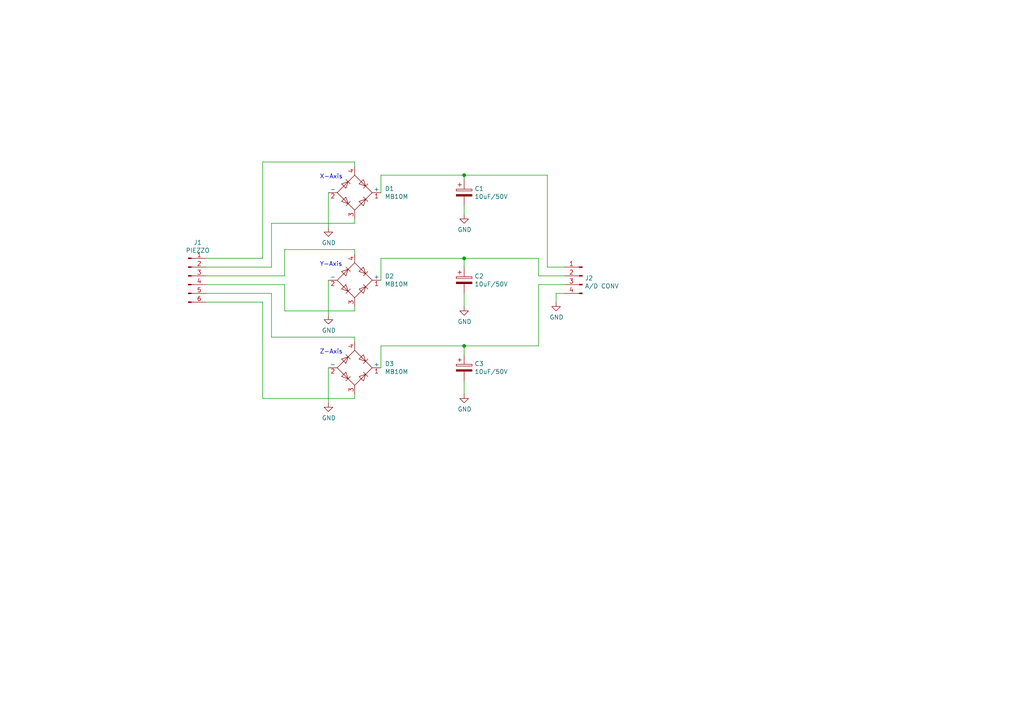
<source format=kicad_sch>
(kicad_sch (version 20211123) (generator eeschema)
  (paper "A4")
  (title_block (title "M921-SS SHOCK STOCK CAPACITOR FOR 3-AXIS") (date "2021-09-16") (rev "1.00") (company "HOLLY&CO.,LTD.") (comment 1 "Masafumi Horimoto"))
  (lib_symbols
    (symbol "Connector:Conn_01x04_Male" (pin_names (offset 1.016) hide)
      (property "Reference" "J" (at 0 5.08 0))
      (property "Value" "Conn_01x04_Male" (at 0 -7.62 0))
      (symbol "Conn_01x04_Male_1_1"
        (polyline (pts (xy 1.27 -5.08) (xy 0.8636 -5.08)) (stroke (width 0.1524)))
        (polyline (pts (xy 1.27 -2.54) (xy 0.8636 -2.54)) (stroke (width 0.1524)))
        (polyline (pts (xy 1.27 0) (xy 0.8636 0)) (stroke (width 0.1524)))
        (polyline (pts (xy 1.27 2.54) (xy 0.8636 2.54)) (stroke (width 0.1524)))
        (rectangle (start 0.8636 -4.953) (end 0 -5.207) (stroke (width 0.1524)) (fill (type outline)))
        (rectangle (start 0.8636 -2.413) (end 0 -2.667) (stroke (width 0.1524)) (fill (type outline)))
        (rectangle (start 0.8636 0.127) (end 0 -0.127) (stroke (width 0.1524)) (fill (type outline)))
        (rectangle (start 0.8636 2.667) (end 0 2.413) (stroke (width 0.1524)) (fill (type outline)))
        (pin passive line (at 5.08 2.54 180) (length 3.81) (name "Pin_1") (number "1"))
        (pin passive line (at 5.08 0 180) (length 3.81) (name "Pin_2") (number "2"))
        (pin passive line (at 5.08 -2.54 180) (length 3.81) (name "Pin_3") (number "3"))
        (pin passive line (at 5.08 -5.08 180) (length 3.81) (name "Pin_4") (number "4"))
      )
    )
    (symbol "Connector:Conn_01x06_Male" (pin_names (offset 1.016) hide)
      (property "Reference" "J" (at 0 7.62 0))
      (property "Value" "Conn_01x06_Male" (at 0 -10.16 0))
      (symbol "Conn_01x06_Male_1_1"
        (polyline (pts (xy 1.27 -7.62) (xy 0.8636 -7.62)) (stroke (width 0.1524)))
        (polyline (pts (xy 1.27 -5.08) (xy 0.8636 -5.08)) (stroke (width 0.1524)))
        (polyline (pts (xy 1.27 -2.54) (xy 0.8636 -2.54)) (stroke (width 0.1524)))
        (polyline (pts (xy 1.27 0) (xy 0.8636 0)) (stroke (width 0.1524)))
        (polyline (pts (xy 1.27 2.54) (xy 0.8636 2.54)) (stroke (width 0.1524)))
        (polyline (pts (xy 1.27 5.08) (xy 0.8636 5.08)) (stroke (width 0.1524)))
        (rectangle (start 0.8636 -7.493) (end 0 -7.747) (stroke (width 0.1524)) (fill (type outline)))
        (rectangle (start 0.8636 -4.953) (end 0 -5.207) (stroke (width 0.1524)) (fill (type outline)))
        (rectangle (start 0.8636 -2.413) (end 0 -2.667) (stroke (width 0.1524)) (fill (type outline)))
        (rectangle (start 0.8636 0.127) (end 0 -0.127) (stroke (width 0.1524)) (fill (type outline)))
        (rectangle (start 0.8636 2.667) (end 0 2.413) (stroke (width 0.1524)) (fill (type outline)))
        (rectangle (start 0.8636 5.207) (end 0 4.953) (stroke (width 0.1524)) (fill (type outline)))
        (pin passive line (at 5.08 5.08 180) (length 3.81) (name "Pin_1") (number "1"))
        (pin passive line (at 5.08 2.54 180) (length 3.81) (name "Pin_2") (number "2"))
        (pin passive line (at 5.08 0 180) (length 3.81) (name "Pin_3") (number "3"))
        (pin passive line (at 5.08 -2.54 180) (length 3.81) (name "Pin_4") (number "4"))
        (pin passive line (at 5.08 -5.08 180) (length 3.81) (name "Pin_5") (number "5"))
        (pin passive line (at 5.08 -7.62 180) (length 3.81) (name "Pin_6") (number "6"))
      )
    )
    (symbol "M921-SS-rescue:CP-Device" (pin_numbers hide) (pin_names (offset 0.254))
      (property "Reference" "C" (at 0.635 2.54 0))
      (property "Value" "CP-Device" (at 0.635 -2.54 0))
      (symbol "CP-Device_0_1"
        (rectangle (start -2.286 0.508) (end 2.286 1.016))
        (polyline (pts (xy -1.778 2.286) (xy -0.762 2.286)))
        (polyline (pts (xy -1.27 2.794) (xy -1.27 1.778)))
        (rectangle (start 2.286 -0.508) (end -2.286 -1.016) (fill (type outline)))
      )
      (symbol "CP-Device_1_1"
        (pin passive line (at 0 3.81 270) (length 2.794) (name "~") (number "1"))
        (pin passive line (at 0 -3.81 90) (length 2.794) (name "~") (number "2"))
      )
    )
    (symbol "M921-SS-rescue:MB10M-HOLLY" (pin_names (offset 0))
      (property "Reference" "D" (at 2.54 6.985 0))
      (property "Value" "MB10M-HOLLY" (at 2.54 5.08 0))
      (symbol "MB10M-HOLLY_0_1"
        (polyline (pts (xy -2.54 3.81) (xy -1.27 2.54)))
        (polyline (pts (xy -1.27 -2.54) (xy -2.54 -3.81)))
        (polyline (pts (xy 2.54 -1.27) (xy 3.81 -2.54)))
        (polyline (pts (xy 2.54 1.27) (xy 3.81 2.54)))
        (polyline (pts (xy -3.81 2.54) (xy -2.54 1.27) (xy -1.905 3.175) (xy -3.81 2.54)))
        (polyline (pts (xy -2.54 -1.27) (xy -3.81 -2.54) (xy -1.905 -3.175) (xy -2.54 -1.27)))
        (polyline (pts (xy 1.27 2.54) (xy 2.54 3.81) (xy 3.175 1.905) (xy 1.27 2.54)))
        (polyline (pts (xy 3.175 -1.905) (xy 1.27 -2.54) (xy 2.54 -3.81) (xy 3.175 -1.905)))
        (polyline (pts (xy -5.08 0) (xy 0 -5.08) (xy 5.08 0) (xy 0 5.08) (xy -5.08 0)))
      )
      (symbol "MB10M-HOLLY_1_1"
        (pin passive line (at 7.62 0 180) (length 2.54) (name "+") (number "1"))
        (pin passive line (at -7.62 0 0) (length 2.54) (name "-") (number "2"))
        (pin passive line (at 0 -7.62 90) (length 2.54) (name "~") (number "3"))
        (pin passive line (at 0 7.62 270) (length 2.54) (name "~") (number "4"))
      )
    )
    (symbol "power:GND" (power) (pin_names (offset 0))
      (property "Value" "GND" (at 0 -3.81 0))
      (symbol "GND_0_1"
        (polyline (pts (xy 0 0) (xy 0 -1.27) (xy 1.27 -1.27) (xy 0 -2.54) (xy -1.27 -1.27) (xy 0 -1.27)))
      )
      (symbol "GND_1_1"
        (pin power_in line (at 0 0 270) (length 0) hide (name "GND") (number "1"))
      )
    )
  )
  (junction (at 134.62 50.8))
  (junction (at 134.62 100.33))
  (junction (at 134.62 74.93))
  (wire (pts (xy 134.62 50.8) (xy 158.75 50.8)))
  (wire (pts (xy 82.55 82.55) (xy 82.55 90.17)))
  (wire (pts (xy 134.62 50.8) (xy 134.62 52.07)))
  (wire (pts (xy 156.21 74.93) (xy 156.21 80.01)))
  (wire (pts (xy 59.69 77.47) (xy 78.74 77.47)))
  (wire (pts (xy 59.69 74.93) (xy 76.2 74.93)))
  (wire (pts (xy 134.62 88.9) (xy 134.62 85.09)))
  (wire (pts (xy 78.74 64.77) (xy 102.87 64.77)))
  (wire (pts (xy 110.49 106.68) (xy 110.49 100.33)))
  (wire (pts (xy 110.49 55.88) (xy 110.49 50.8)))
  (wire (pts (xy 76.2 115.57) (xy 102.87 115.57)))
  (wire (pts (xy 59.69 87.63) (xy 76.2 87.63)))
  (wire (pts (xy 134.62 114.3) (xy 134.62 110.49)))
  (wire (pts (xy 134.62 62.23) (xy 134.62 59.69)))
  (wire (pts (xy 156.21 82.55) (xy 163.83 82.55)))
  (wire (pts (xy 134.62 100.33) (xy 156.21 100.33)))
  (wire (pts (xy 110.49 74.93) (xy 134.62 74.93)))
  (wire (pts (xy 102.87 97.79) (xy 102.87 99.06)))
  (wire (pts (xy 59.69 82.55) (xy 82.55 82.55)))
  (wire (pts (xy 78.74 97.79) (xy 102.87 97.79)))
  (wire (pts (xy 82.55 72.39) (xy 102.87 72.39)))
  (wire (pts (xy 158.75 50.8) (xy 158.75 77.47)))
  (wire (pts (xy 95.25 55.88) (xy 95.25 66.04)))
  (wire (pts (xy 78.74 85.09) (xy 78.74 97.79)))
  (wire (pts (xy 102.87 72.39) (xy 102.87 73.66)))
  (wire (pts (xy 134.62 74.93) (xy 156.21 74.93)))
  (wire (pts (xy 78.74 77.47) (xy 78.74 64.77)))
  (wire (pts (xy 95.25 106.68) (xy 95.25 116.84)))
  (wire (pts (xy 110.49 50.8) (xy 134.62 50.8)))
  (wire (pts (xy 102.87 115.57) (xy 102.87 114.3)))
  (wire (pts (xy 163.83 85.09) (xy 161.29 85.09)))
  (wire (pts (xy 102.87 90.17) (xy 102.87 88.9)))
  (wire (pts (xy 134.62 74.93) (xy 134.62 77.47)))
  (wire (pts (xy 156.21 80.01) (xy 163.83 80.01)))
  (wire (pts (xy 110.49 81.28) (xy 110.49 74.93)))
  (wire (pts (xy 76.2 87.63) (xy 76.2 115.57)))
  (wire (pts (xy 59.69 85.09) (xy 78.74 85.09)))
  (wire (pts (xy 102.87 46.99) (xy 102.87 48.26)))
  (wire (pts (xy 59.69 80.01) (xy 82.55 80.01)))
  (wire (pts (xy 110.49 100.33) (xy 134.62 100.33)))
  (wire (pts (xy 82.55 90.17) (xy 102.87 90.17)))
  (wire (pts (xy 95.25 81.28) (xy 95.25 91.44)))
  (wire (pts (xy 161.29 85.09) (xy 161.29 87.63)))
  (wire (pts (xy 156.21 100.33) (xy 156.21 82.55)))
  (wire (pts (xy 76.2 74.93) (xy 76.2 46.99)))
  (wire (pts (xy 158.75 77.47) (xy 163.83 77.47)))
  (wire (pts (xy 102.87 64.77) (xy 102.87 63.5)))
  (wire (pts (xy 76.2 46.99) (xy 102.87 46.99)))
  (wire (pts (xy 82.55 80.01) (xy 82.55 72.39)))
  (wire (pts (xy 134.62 100.33) (xy 134.62 102.87)))
  (text "Z-Axis" (at 92.71 102.87 0) (effects (font (size 1.27 1.27)) (justify left bottom)))
  (text "Y-Axis" (at 92.71 77.47 0) (effects (font (size 1.27 1.27)) (justify left bottom)))
  (text "X-Axis" (at 92.71 52.07 0) (effects (font (size 1.27 1.27)) (justify left bottom)))
  (symbol (lib_id "Connector:Conn_01x06_Male") (at 54.61 80.01 0) (unit 1)
    (property "Reference" "J1" (at 57.3532 70.3326 0))
    (property "Value" "PIEZZO" (at 57.3532 72.644 0))
    (property "Footprint" "Connector_JST:JST_XH_B6B-XH-A_1x06_P2.50mm_Vertical" (effects hide))
  )
  (symbol (lib_id "M921-SS-rescue:MB10M-HOLLY") (at 102.87 55.88 0) (unit 1)
    (property "Reference" "D1" (at 111.6076 54.7116 0) (effects (justify left)))
    (property "Value" "MB10M" (at 111.6076 57.023 0) (effects (justify left)))
    (property "Footprint" "HOLLY_LIB:MB10M" (effects hide))
  )
  (symbol (lib_id "M921-SS-rescue:MB10M-HOLLY") (at 102.87 81.28 0) (unit 1)
    (property "Reference" "D2" (at 111.6076 80.1116 0) (effects (justify left)))
    (property "Value" "MB10M" (at 111.6076 82.423 0) (effects (justify left)))
    (property "Footprint" "HOLLY_LIB:MB10M" (effects hide))
  )
  (symbol (lib_id "M921-SS-rescue:MB10M-HOLLY") (at 102.87 106.68 0) (unit 1)
    (property "Reference" "D3" (at 111.6076 105.5116 0) (effects (justify left)))
    (property "Value" "MB10M" (at 111.6076 107.823 0) (effects (justify left)))
    (property "Footprint" "HOLLY_LIB:MB10M" (effects hide))
  )
  (symbol (lib_id "M921-SS-rescue:CP-Device") (at 134.62 55.88 0) (unit 1)
    (property "Reference" "C1" (at 137.6172 54.7116 0) (effects (justify left)))
    (property "Value" "10uF/50V" (at 137.6172 57.023 0) (effects (justify left)))
    (property "Footprint" "Capacitor_THT:CP_Radial_D5.0mm_P2.00mm" (effects hide))
  )
  (symbol (lib_id "M921-SS-rescue:CP-Device") (at 134.62 81.28 0) (unit 1)
    (property "Reference" "C2" (at 137.6172 80.1116 0) (effects (justify left)))
    (property "Value" "10uF/50V" (at 137.6172 82.423 0) (effects (justify left)))
    (property "Footprint" "Capacitor_THT:CP_Radial_D5.0mm_P2.00mm" (effects hide))
  )
  (symbol (lib_id "M921-SS-rescue:CP-Device") (at 134.62 106.68 0) (unit 1)
    (property "Reference" "C3" (at 137.6172 105.5116 0) (effects (justify left)))
    (property "Value" "10uF/50V" (at 137.6172 107.823 0) (effects (justify left)))
    (property "Footprint" "Capacitor_THT:CP_Radial_D5.0mm_P2.00mm" (effects hide))
  )
  (symbol (lib_id "Connector:Conn_01x04_Male") (at 168.91 80.01 0) (mirror y) (unit 1)
    (property "Reference" "J2" (at 169.6212 80.6704 0) (effects (justify right)))
    (property "Value" "A/D CONV" (at 169.6212 82.9818 0) (effects (justify right)))
    (property "Footprint" "Connector_JST:JST_XH_B4B-XH-A_1x04_P2.50mm_Vertical" (effects hide))
  )
  (symbol (lib_id "power:GND") (at 134.62 62.23 0) (unit 1)
    (property "Reference" "#PWR0101" (effects hide))
    (property "Value" "GND" (at 134.747 66.6242 0))
  )
  (symbol (lib_id "power:GND") (at 95.25 66.04 0) (unit 1)
    (property "Reference" "#PWR0102" (effects hide))
    (property "Value" "GND" (at 95.377 70.4342 0))
  )
  (symbol (lib_id "power:GND") (at 134.62 88.9 0) (unit 1)
    (property "Reference" "#PWR0103" (effects hide))
    (property "Value" "GND" (at 134.747 93.2942 0))
  )
  (symbol (lib_id "power:GND") (at 95.25 91.44 0) (unit 1)
    (property "Reference" "#PWR0104" (effects hide))
    (property "Value" "GND" (at 95.377 95.8342 0))
  )
  (symbol (lib_id "power:GND") (at 95.25 116.84 0) (unit 1)
    (property "Reference" "#PWR0105" (effects hide))
    (property "Value" "GND" (at 95.377 121.2342 0))
  )
  (symbol (lib_id "power:GND") (at 134.62 114.3 0) (unit 1)
    (property "Reference" "#PWR0106" (effects hide))
    (property "Value" "GND" (at 134.747 118.6942 0))
  )
  (symbol (lib_id "power:GND") (at 161.29 87.63 0) (unit 1)
    (property "Reference" "#PWR0107" (effects hide))
    (property "Value" "GND" (at 161.417 92.0242 0))
  )
)
</source>
